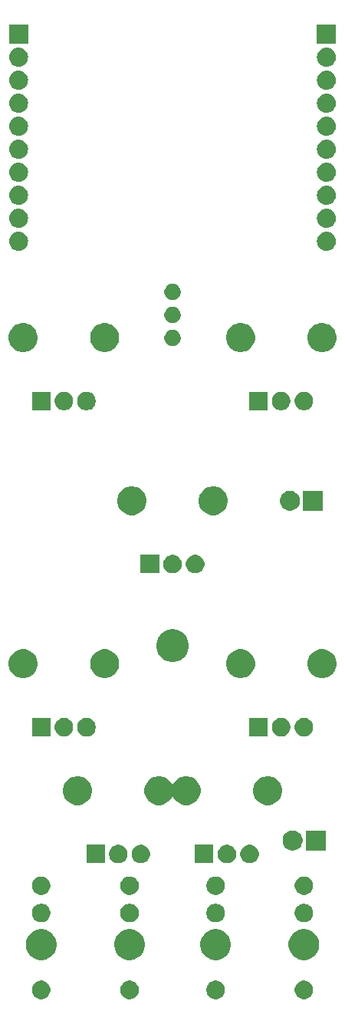
<source format=gbs>
G04 #@! TF.GenerationSoftware,KiCad,Pcbnew,(5.0.2)-1*
G04 #@! TF.CreationDate,2019-04-03T22:17:55+02:00*
G04 #@! TF.ProjectId,Corona_controlBoard,436f726f-6e61-45f6-936f-6e74726f6c42,1*
G04 #@! TF.SameCoordinates,Original*
G04 #@! TF.FileFunction,Soldermask,Bot*
G04 #@! TF.FilePolarity,Negative*
%FSLAX46Y46*%
G04 Gerber Fmt 4.6, Leading zero omitted, Abs format (unit mm)*
G04 Created by KiCad (PCBNEW (5.0.2)-1) date 3-4-2019 22:17:55*
%MOMM*%
%LPD*%
G01*
G04 APERTURE LIST*
%ADD10C,0.100000*%
G04 APERTURE END LIST*
D10*
G36*
X14548757Y-106013850D02*
X14735155Y-106091058D01*
X14902912Y-106203150D01*
X15045570Y-106345808D01*
X15157662Y-106513565D01*
X15234870Y-106699963D01*
X15274230Y-106897841D01*
X15274230Y-107099599D01*
X15234870Y-107297477D01*
X15157662Y-107483875D01*
X15045570Y-107651632D01*
X14902912Y-107794290D01*
X14735155Y-107906382D01*
X14548757Y-107983590D01*
X14350879Y-108022950D01*
X14149121Y-108022950D01*
X13951243Y-107983590D01*
X13764845Y-107906382D01*
X13597088Y-107794290D01*
X13454430Y-107651632D01*
X13342338Y-107483875D01*
X13265130Y-107297477D01*
X13225770Y-107099599D01*
X13225770Y-106897841D01*
X13265130Y-106699963D01*
X13342338Y-106513565D01*
X13454430Y-106345808D01*
X13597088Y-106203150D01*
X13764845Y-106091058D01*
X13951243Y-106013850D01*
X14149121Y-105974490D01*
X14350879Y-105974490D01*
X14548757Y-106013850D01*
X14548757Y-106013850D01*
G37*
G36*
X33798757Y-106013850D02*
X33985155Y-106091058D01*
X34152912Y-106203150D01*
X34295570Y-106345808D01*
X34407662Y-106513565D01*
X34484870Y-106699963D01*
X34524230Y-106897841D01*
X34524230Y-107099599D01*
X34484870Y-107297477D01*
X34407662Y-107483875D01*
X34295570Y-107651632D01*
X34152912Y-107794290D01*
X33985155Y-107906382D01*
X33798757Y-107983590D01*
X33600879Y-108022950D01*
X33399121Y-108022950D01*
X33201243Y-107983590D01*
X33014845Y-107906382D01*
X32847088Y-107794290D01*
X32704430Y-107651632D01*
X32592338Y-107483875D01*
X32515130Y-107297477D01*
X32475770Y-107099599D01*
X32475770Y-106897841D01*
X32515130Y-106699963D01*
X32592338Y-106513565D01*
X32704430Y-106345808D01*
X32847088Y-106203150D01*
X33014845Y-106091058D01*
X33201243Y-106013850D01*
X33399121Y-105974490D01*
X33600879Y-105974490D01*
X33798757Y-106013850D01*
X33798757Y-106013850D01*
G37*
G36*
X4798757Y-106013850D02*
X4985155Y-106091058D01*
X5152912Y-106203150D01*
X5295570Y-106345808D01*
X5407662Y-106513565D01*
X5484870Y-106699963D01*
X5524230Y-106897841D01*
X5524230Y-107099599D01*
X5484870Y-107297477D01*
X5407662Y-107483875D01*
X5295570Y-107651632D01*
X5152912Y-107794290D01*
X4985155Y-107906382D01*
X4798757Y-107983590D01*
X4600879Y-108022950D01*
X4399121Y-108022950D01*
X4201243Y-107983590D01*
X4014845Y-107906382D01*
X3847088Y-107794290D01*
X3704430Y-107651632D01*
X3592338Y-107483875D01*
X3515130Y-107297477D01*
X3475770Y-107099599D01*
X3475770Y-106897841D01*
X3515130Y-106699963D01*
X3592338Y-106513565D01*
X3704430Y-106345808D01*
X3847088Y-106203150D01*
X4014845Y-106091058D01*
X4201243Y-106013850D01*
X4399121Y-105974490D01*
X4600879Y-105974490D01*
X4798757Y-106013850D01*
X4798757Y-106013850D01*
G37*
G36*
X24048757Y-106013850D02*
X24235155Y-106091058D01*
X24402912Y-106203150D01*
X24545570Y-106345808D01*
X24657662Y-106513565D01*
X24734870Y-106699963D01*
X24774230Y-106897841D01*
X24774230Y-107099599D01*
X24734870Y-107297477D01*
X24657662Y-107483875D01*
X24545570Y-107651632D01*
X24402912Y-107794290D01*
X24235155Y-107906382D01*
X24048757Y-107983590D01*
X23850879Y-108022950D01*
X23649121Y-108022950D01*
X23451243Y-107983590D01*
X23264845Y-107906382D01*
X23097088Y-107794290D01*
X22954430Y-107651632D01*
X22842338Y-107483875D01*
X22765130Y-107297477D01*
X22725770Y-107099599D01*
X22725770Y-106897841D01*
X22765130Y-106699963D01*
X22842338Y-106513565D01*
X22954430Y-106345808D01*
X23097088Y-106203150D01*
X23264845Y-106091058D01*
X23451243Y-106013850D01*
X23649121Y-105974490D01*
X23850879Y-105974490D01*
X24048757Y-106013850D01*
X24048757Y-106013850D01*
G37*
G36*
X4886393Y-100343553D02*
X4995872Y-100365330D01*
X5305252Y-100493479D01*
X5583687Y-100679523D01*
X5820477Y-100916313D01*
X6006521Y-101194748D01*
X6134670Y-101504128D01*
X6200000Y-101832565D01*
X6200000Y-102167435D01*
X6134670Y-102495872D01*
X6006521Y-102805252D01*
X5820477Y-103083687D01*
X5583687Y-103320477D01*
X5305252Y-103506521D01*
X4995872Y-103634670D01*
X4886393Y-103656447D01*
X4667437Y-103700000D01*
X4332563Y-103700000D01*
X4113607Y-103656447D01*
X4004128Y-103634670D01*
X3694748Y-103506521D01*
X3416313Y-103320477D01*
X3179523Y-103083687D01*
X2993479Y-102805252D01*
X2865330Y-102495872D01*
X2800000Y-102167435D01*
X2800000Y-101832565D01*
X2865330Y-101504128D01*
X2993479Y-101194748D01*
X3179523Y-100916313D01*
X3416313Y-100679523D01*
X3694748Y-100493479D01*
X4004128Y-100365330D01*
X4113607Y-100343553D01*
X4332563Y-100300000D01*
X4667437Y-100300000D01*
X4886393Y-100343553D01*
X4886393Y-100343553D01*
G37*
G36*
X24136393Y-100343553D02*
X24245872Y-100365330D01*
X24555252Y-100493479D01*
X24833687Y-100679523D01*
X25070477Y-100916313D01*
X25256521Y-101194748D01*
X25384670Y-101504128D01*
X25450000Y-101832565D01*
X25450000Y-102167435D01*
X25384670Y-102495872D01*
X25256521Y-102805252D01*
X25070477Y-103083687D01*
X24833687Y-103320477D01*
X24555252Y-103506521D01*
X24245872Y-103634670D01*
X24136393Y-103656447D01*
X23917437Y-103700000D01*
X23582563Y-103700000D01*
X23363607Y-103656447D01*
X23254128Y-103634670D01*
X22944748Y-103506521D01*
X22666313Y-103320477D01*
X22429523Y-103083687D01*
X22243479Y-102805252D01*
X22115330Y-102495872D01*
X22050000Y-102167435D01*
X22050000Y-101832565D01*
X22115330Y-101504128D01*
X22243479Y-101194748D01*
X22429523Y-100916313D01*
X22666313Y-100679523D01*
X22944748Y-100493479D01*
X23254128Y-100365330D01*
X23363607Y-100343553D01*
X23582563Y-100300000D01*
X23917437Y-100300000D01*
X24136393Y-100343553D01*
X24136393Y-100343553D01*
G37*
G36*
X14636393Y-100343553D02*
X14745872Y-100365330D01*
X15055252Y-100493479D01*
X15333687Y-100679523D01*
X15570477Y-100916313D01*
X15756521Y-101194748D01*
X15884670Y-101504128D01*
X15950000Y-101832565D01*
X15950000Y-102167435D01*
X15884670Y-102495872D01*
X15756521Y-102805252D01*
X15570477Y-103083687D01*
X15333687Y-103320477D01*
X15055252Y-103506521D01*
X14745872Y-103634670D01*
X14636393Y-103656447D01*
X14417437Y-103700000D01*
X14082563Y-103700000D01*
X13863607Y-103656447D01*
X13754128Y-103634670D01*
X13444748Y-103506521D01*
X13166313Y-103320477D01*
X12929523Y-103083687D01*
X12743479Y-102805252D01*
X12615330Y-102495872D01*
X12550000Y-102167435D01*
X12550000Y-101832565D01*
X12615330Y-101504128D01*
X12743479Y-101194748D01*
X12929523Y-100916313D01*
X13166313Y-100679523D01*
X13444748Y-100493479D01*
X13754128Y-100365330D01*
X13863607Y-100343553D01*
X14082563Y-100300000D01*
X14417437Y-100300000D01*
X14636393Y-100343553D01*
X14636393Y-100343553D01*
G37*
G36*
X33886393Y-100343553D02*
X33995872Y-100365330D01*
X34305252Y-100493479D01*
X34583687Y-100679523D01*
X34820477Y-100916313D01*
X35006521Y-101194748D01*
X35134670Y-101504128D01*
X35200000Y-101832565D01*
X35200000Y-102167435D01*
X35134670Y-102495872D01*
X35006521Y-102805252D01*
X34820477Y-103083687D01*
X34583687Y-103320477D01*
X34305252Y-103506521D01*
X33995872Y-103634670D01*
X33886393Y-103656447D01*
X33667437Y-103700000D01*
X33332563Y-103700000D01*
X33113607Y-103656447D01*
X33004128Y-103634670D01*
X32694748Y-103506521D01*
X32416313Y-103320477D01*
X32179523Y-103083687D01*
X31993479Y-102805252D01*
X31865330Y-102495872D01*
X31800000Y-102167435D01*
X31800000Y-101832565D01*
X31865330Y-101504128D01*
X31993479Y-101194748D01*
X32179523Y-100916313D01*
X32416313Y-100679523D01*
X32694748Y-100493479D01*
X33004128Y-100365330D01*
X33113607Y-100343553D01*
X33332563Y-100300000D01*
X33667437Y-100300000D01*
X33886393Y-100343553D01*
X33886393Y-100343553D01*
G37*
G36*
X4798757Y-97517550D02*
X4985155Y-97594758D01*
X5152912Y-97706850D01*
X5295570Y-97849508D01*
X5407662Y-98017265D01*
X5484870Y-98203663D01*
X5524230Y-98401541D01*
X5524230Y-98603299D01*
X5484870Y-98801177D01*
X5407662Y-98987575D01*
X5295570Y-99155332D01*
X5152912Y-99297990D01*
X4985155Y-99410082D01*
X4798757Y-99487290D01*
X4600879Y-99526650D01*
X4399121Y-99526650D01*
X4201243Y-99487290D01*
X4014845Y-99410082D01*
X3847088Y-99297990D01*
X3704430Y-99155332D01*
X3592338Y-98987575D01*
X3515130Y-98801177D01*
X3475770Y-98603299D01*
X3475770Y-98401541D01*
X3515130Y-98203663D01*
X3592338Y-98017265D01*
X3704430Y-97849508D01*
X3847088Y-97706850D01*
X4014845Y-97594758D01*
X4201243Y-97517550D01*
X4399121Y-97478190D01*
X4600879Y-97478190D01*
X4798757Y-97517550D01*
X4798757Y-97517550D01*
G37*
G36*
X14548757Y-97517550D02*
X14735155Y-97594758D01*
X14902912Y-97706850D01*
X15045570Y-97849508D01*
X15157662Y-98017265D01*
X15234870Y-98203663D01*
X15274230Y-98401541D01*
X15274230Y-98603299D01*
X15234870Y-98801177D01*
X15157662Y-98987575D01*
X15045570Y-99155332D01*
X14902912Y-99297990D01*
X14735155Y-99410082D01*
X14548757Y-99487290D01*
X14350879Y-99526650D01*
X14149121Y-99526650D01*
X13951243Y-99487290D01*
X13764845Y-99410082D01*
X13597088Y-99297990D01*
X13454430Y-99155332D01*
X13342338Y-98987575D01*
X13265130Y-98801177D01*
X13225770Y-98603299D01*
X13225770Y-98401541D01*
X13265130Y-98203663D01*
X13342338Y-98017265D01*
X13454430Y-97849508D01*
X13597088Y-97706850D01*
X13764845Y-97594758D01*
X13951243Y-97517550D01*
X14149121Y-97478190D01*
X14350879Y-97478190D01*
X14548757Y-97517550D01*
X14548757Y-97517550D01*
G37*
G36*
X33798757Y-97517550D02*
X33985155Y-97594758D01*
X34152912Y-97706850D01*
X34295570Y-97849508D01*
X34407662Y-98017265D01*
X34484870Y-98203663D01*
X34524230Y-98401541D01*
X34524230Y-98603299D01*
X34484870Y-98801177D01*
X34407662Y-98987575D01*
X34295570Y-99155332D01*
X34152912Y-99297990D01*
X33985155Y-99410082D01*
X33798757Y-99487290D01*
X33600879Y-99526650D01*
X33399121Y-99526650D01*
X33201243Y-99487290D01*
X33014845Y-99410082D01*
X32847088Y-99297990D01*
X32704430Y-99155332D01*
X32592338Y-98987575D01*
X32515130Y-98801177D01*
X32475770Y-98603299D01*
X32475770Y-98401541D01*
X32515130Y-98203663D01*
X32592338Y-98017265D01*
X32704430Y-97849508D01*
X32847088Y-97706850D01*
X33014845Y-97594758D01*
X33201243Y-97517550D01*
X33399121Y-97478190D01*
X33600879Y-97478190D01*
X33798757Y-97517550D01*
X33798757Y-97517550D01*
G37*
G36*
X24048757Y-97517550D02*
X24235155Y-97594758D01*
X24402912Y-97706850D01*
X24545570Y-97849508D01*
X24657662Y-98017265D01*
X24734870Y-98203663D01*
X24774230Y-98401541D01*
X24774230Y-98603299D01*
X24734870Y-98801177D01*
X24657662Y-98987575D01*
X24545570Y-99155332D01*
X24402912Y-99297990D01*
X24235155Y-99410082D01*
X24048757Y-99487290D01*
X23850879Y-99526650D01*
X23649121Y-99526650D01*
X23451243Y-99487290D01*
X23264845Y-99410082D01*
X23097088Y-99297990D01*
X22954430Y-99155332D01*
X22842338Y-98987575D01*
X22765130Y-98801177D01*
X22725770Y-98603299D01*
X22725770Y-98401541D01*
X22765130Y-98203663D01*
X22842338Y-98017265D01*
X22954430Y-97849508D01*
X23097088Y-97706850D01*
X23264845Y-97594758D01*
X23451243Y-97517550D01*
X23649121Y-97478190D01*
X23850879Y-97478190D01*
X24048757Y-97517550D01*
X24048757Y-97517550D01*
G37*
G36*
X4798757Y-94515270D02*
X4985155Y-94592478D01*
X5152912Y-94704570D01*
X5295570Y-94847228D01*
X5407662Y-95014985D01*
X5484870Y-95201383D01*
X5524230Y-95399261D01*
X5524230Y-95601019D01*
X5484870Y-95798897D01*
X5407662Y-95985295D01*
X5295570Y-96153052D01*
X5152912Y-96295710D01*
X4985155Y-96407802D01*
X4798757Y-96485010D01*
X4600879Y-96524370D01*
X4399121Y-96524370D01*
X4201243Y-96485010D01*
X4014845Y-96407802D01*
X3847088Y-96295710D01*
X3704430Y-96153052D01*
X3592338Y-95985295D01*
X3515130Y-95798897D01*
X3475770Y-95601019D01*
X3475770Y-95399261D01*
X3515130Y-95201383D01*
X3592338Y-95014985D01*
X3704430Y-94847228D01*
X3847088Y-94704570D01*
X4014845Y-94592478D01*
X4201243Y-94515270D01*
X4399121Y-94475910D01*
X4600879Y-94475910D01*
X4798757Y-94515270D01*
X4798757Y-94515270D01*
G37*
G36*
X24048757Y-94515270D02*
X24235155Y-94592478D01*
X24402912Y-94704570D01*
X24545570Y-94847228D01*
X24657662Y-95014985D01*
X24734870Y-95201383D01*
X24774230Y-95399261D01*
X24774230Y-95601019D01*
X24734870Y-95798897D01*
X24657662Y-95985295D01*
X24545570Y-96153052D01*
X24402912Y-96295710D01*
X24235155Y-96407802D01*
X24048757Y-96485010D01*
X23850879Y-96524370D01*
X23649121Y-96524370D01*
X23451243Y-96485010D01*
X23264845Y-96407802D01*
X23097088Y-96295710D01*
X22954430Y-96153052D01*
X22842338Y-95985295D01*
X22765130Y-95798897D01*
X22725770Y-95601019D01*
X22725770Y-95399261D01*
X22765130Y-95201383D01*
X22842338Y-95014985D01*
X22954430Y-94847228D01*
X23097088Y-94704570D01*
X23264845Y-94592478D01*
X23451243Y-94515270D01*
X23649121Y-94475910D01*
X23850879Y-94475910D01*
X24048757Y-94515270D01*
X24048757Y-94515270D01*
G37*
G36*
X14548757Y-94515270D02*
X14735155Y-94592478D01*
X14902912Y-94704570D01*
X15045570Y-94847228D01*
X15157662Y-95014985D01*
X15234870Y-95201383D01*
X15274230Y-95399261D01*
X15274230Y-95601019D01*
X15234870Y-95798897D01*
X15157662Y-95985295D01*
X15045570Y-96153052D01*
X14902912Y-96295710D01*
X14735155Y-96407802D01*
X14548757Y-96485010D01*
X14350879Y-96524370D01*
X14149121Y-96524370D01*
X13951243Y-96485010D01*
X13764845Y-96407802D01*
X13597088Y-96295710D01*
X13454430Y-96153052D01*
X13342338Y-95985295D01*
X13265130Y-95798897D01*
X13225770Y-95601019D01*
X13225770Y-95399261D01*
X13265130Y-95201383D01*
X13342338Y-95014985D01*
X13454430Y-94847228D01*
X13597088Y-94704570D01*
X13764845Y-94592478D01*
X13951243Y-94515270D01*
X14149121Y-94475910D01*
X14350879Y-94475910D01*
X14548757Y-94515270D01*
X14548757Y-94515270D01*
G37*
G36*
X33798757Y-94515270D02*
X33985155Y-94592478D01*
X34152912Y-94704570D01*
X34295570Y-94847228D01*
X34407662Y-95014985D01*
X34484870Y-95201383D01*
X34524230Y-95399261D01*
X34524230Y-95601019D01*
X34484870Y-95798897D01*
X34407662Y-95985295D01*
X34295570Y-96153052D01*
X34152912Y-96295710D01*
X33985155Y-96407802D01*
X33798757Y-96485010D01*
X33600879Y-96524370D01*
X33399121Y-96524370D01*
X33201243Y-96485010D01*
X33014845Y-96407802D01*
X32847088Y-96295710D01*
X32704430Y-96153052D01*
X32592338Y-95985295D01*
X32515130Y-95798897D01*
X32475770Y-95601019D01*
X32475770Y-95399261D01*
X32515130Y-95201383D01*
X32592338Y-95014985D01*
X32704430Y-94847228D01*
X32847088Y-94704570D01*
X33014845Y-94592478D01*
X33201243Y-94515270D01*
X33399121Y-94475910D01*
X33600879Y-94475910D01*
X33798757Y-94515270D01*
X33798757Y-94515270D01*
G37*
G36*
X11524870Y-93021930D02*
X9476410Y-93021930D01*
X9476410Y-90973470D01*
X11524870Y-90973470D01*
X11524870Y-93021930D01*
X11524870Y-93021930D01*
G37*
G36*
X13298757Y-91012830D02*
X13485155Y-91090038D01*
X13652912Y-91202130D01*
X13795570Y-91344788D01*
X13907662Y-91512545D01*
X13984870Y-91698943D01*
X14024230Y-91896821D01*
X14024230Y-92098579D01*
X13984870Y-92296457D01*
X13907662Y-92482855D01*
X13795570Y-92650612D01*
X13652912Y-92793270D01*
X13485155Y-92905362D01*
X13298757Y-92982570D01*
X13100879Y-93021930D01*
X12899121Y-93021930D01*
X12701243Y-92982570D01*
X12514845Y-92905362D01*
X12347088Y-92793270D01*
X12204430Y-92650612D01*
X12092338Y-92482855D01*
X12015130Y-92296457D01*
X11975770Y-92098579D01*
X11975770Y-91896821D01*
X12015130Y-91698943D01*
X12092338Y-91512545D01*
X12204430Y-91344788D01*
X12347088Y-91202130D01*
X12514845Y-91090038D01*
X12701243Y-91012830D01*
X12899121Y-90973470D01*
X13100879Y-90973470D01*
X13298757Y-91012830D01*
X13298757Y-91012830D01*
G37*
G36*
X15798117Y-91012830D02*
X15984515Y-91090038D01*
X16152272Y-91202130D01*
X16294930Y-91344788D01*
X16407022Y-91512545D01*
X16484230Y-91698943D01*
X16523590Y-91896821D01*
X16523590Y-92098579D01*
X16484230Y-92296457D01*
X16407022Y-92482855D01*
X16294930Y-92650612D01*
X16152272Y-92793270D01*
X15984515Y-92905362D01*
X15798117Y-92982570D01*
X15600239Y-93021930D01*
X15398481Y-93021930D01*
X15200603Y-92982570D01*
X15014205Y-92905362D01*
X14846448Y-92793270D01*
X14703790Y-92650612D01*
X14591698Y-92482855D01*
X14514490Y-92296457D01*
X14475130Y-92098579D01*
X14475130Y-91896821D01*
X14514490Y-91698943D01*
X14591698Y-91512545D01*
X14703790Y-91344788D01*
X14846448Y-91202130D01*
X15014205Y-91090038D01*
X15200603Y-91012830D01*
X15398481Y-90973470D01*
X15600239Y-90973470D01*
X15798117Y-91012830D01*
X15798117Y-91012830D01*
G37*
G36*
X25298757Y-91012830D02*
X25485155Y-91090038D01*
X25652912Y-91202130D01*
X25795570Y-91344788D01*
X25907662Y-91512545D01*
X25984870Y-91698943D01*
X26024230Y-91896821D01*
X26024230Y-92098579D01*
X25984870Y-92296457D01*
X25907662Y-92482855D01*
X25795570Y-92650612D01*
X25652912Y-92793270D01*
X25485155Y-92905362D01*
X25298757Y-92982570D01*
X25100879Y-93021930D01*
X24899121Y-93021930D01*
X24701243Y-92982570D01*
X24514845Y-92905362D01*
X24347088Y-92793270D01*
X24204430Y-92650612D01*
X24092338Y-92482855D01*
X24015130Y-92296457D01*
X23975770Y-92098579D01*
X23975770Y-91896821D01*
X24015130Y-91698943D01*
X24092338Y-91512545D01*
X24204430Y-91344788D01*
X24347088Y-91202130D01*
X24514845Y-91090038D01*
X24701243Y-91012830D01*
X24899121Y-90973470D01*
X25100879Y-90973470D01*
X25298757Y-91012830D01*
X25298757Y-91012830D01*
G37*
G36*
X27798117Y-91012830D02*
X27984515Y-91090038D01*
X28152272Y-91202130D01*
X28294930Y-91344788D01*
X28407022Y-91512545D01*
X28484230Y-91698943D01*
X28523590Y-91896821D01*
X28523590Y-92098579D01*
X28484230Y-92296457D01*
X28407022Y-92482855D01*
X28294930Y-92650612D01*
X28152272Y-92793270D01*
X27984515Y-92905362D01*
X27798117Y-92982570D01*
X27600239Y-93021930D01*
X27398481Y-93021930D01*
X27200603Y-92982570D01*
X27014205Y-92905362D01*
X26846448Y-92793270D01*
X26703790Y-92650612D01*
X26591698Y-92482855D01*
X26514490Y-92296457D01*
X26475130Y-92098579D01*
X26475130Y-91896821D01*
X26514490Y-91698943D01*
X26591698Y-91512545D01*
X26703790Y-91344788D01*
X26846448Y-91202130D01*
X27014205Y-91090038D01*
X27200603Y-91012830D01*
X27398481Y-90973470D01*
X27600239Y-90973470D01*
X27798117Y-91012830D01*
X27798117Y-91012830D01*
G37*
G36*
X23524870Y-93021930D02*
X21476410Y-93021930D01*
X21476410Y-90973470D01*
X23524870Y-90973470D01*
X23524870Y-93021930D01*
X23524870Y-93021930D01*
G37*
G36*
X32570857Y-89442272D02*
X32771042Y-89525191D01*
X32951213Y-89645578D01*
X33104422Y-89798787D01*
X33224809Y-89978958D01*
X33307728Y-90179143D01*
X33350000Y-90391658D01*
X33350000Y-90608342D01*
X33307728Y-90820857D01*
X33224809Y-91021042D01*
X33224807Y-91021045D01*
X33178707Y-91090039D01*
X33104422Y-91201213D01*
X32951213Y-91354422D01*
X32771042Y-91474809D01*
X32570857Y-91557728D01*
X32358342Y-91600000D01*
X32141658Y-91600000D01*
X31929143Y-91557728D01*
X31728958Y-91474809D01*
X31548787Y-91354422D01*
X31395578Y-91201213D01*
X31321294Y-91090039D01*
X31275193Y-91021045D01*
X31275191Y-91021042D01*
X31192272Y-90820857D01*
X31150000Y-90608342D01*
X31150000Y-90391658D01*
X31192272Y-90179143D01*
X31275191Y-89978958D01*
X31395578Y-89798787D01*
X31548787Y-89645578D01*
X31728958Y-89525191D01*
X31929143Y-89442272D01*
X32141658Y-89400000D01*
X32358342Y-89400000D01*
X32570857Y-89442272D01*
X32570857Y-89442272D01*
G37*
G36*
X35890000Y-91600000D02*
X33690000Y-91600000D01*
X33690000Y-89400000D01*
X35890000Y-89400000D01*
X35890000Y-91600000D01*
X35890000Y-91600000D01*
G37*
G36*
X17964168Y-83464372D02*
X18084552Y-83514237D01*
X18254802Y-83584756D01*
X18516371Y-83759531D01*
X18738809Y-83981969D01*
X18896066Y-84217320D01*
X18911612Y-84236262D01*
X18930554Y-84251808D01*
X18952165Y-84263359D01*
X18975614Y-84270472D01*
X19000000Y-84272874D01*
X19024386Y-84270472D01*
X19047836Y-84263359D01*
X19069446Y-84251808D01*
X19088388Y-84236262D01*
X19103934Y-84217320D01*
X19261191Y-83981969D01*
X19483629Y-83759531D01*
X19745198Y-83584756D01*
X19915448Y-83514237D01*
X20035832Y-83464372D01*
X20344368Y-83403000D01*
X20658952Y-83403000D01*
X20967488Y-83464372D01*
X21087872Y-83514237D01*
X21258122Y-83584756D01*
X21519691Y-83759531D01*
X21742129Y-83981969D01*
X21916904Y-84243538D01*
X22037288Y-84534173D01*
X22098660Y-84842708D01*
X22098660Y-85157292D01*
X22037288Y-85465827D01*
X21916904Y-85756462D01*
X21742129Y-86018031D01*
X21519691Y-86240469D01*
X21258122Y-86415244D01*
X21087872Y-86485763D01*
X20967488Y-86535628D01*
X20658952Y-86597000D01*
X20344368Y-86597000D01*
X20035832Y-86535628D01*
X19915448Y-86485763D01*
X19745198Y-86415244D01*
X19483629Y-86240469D01*
X19261191Y-86018031D01*
X19103934Y-85782680D01*
X19088388Y-85763738D01*
X19069446Y-85748192D01*
X19047835Y-85736641D01*
X19024386Y-85729528D01*
X19000000Y-85727126D01*
X18975614Y-85729528D01*
X18952164Y-85736641D01*
X18930554Y-85748192D01*
X18911612Y-85763738D01*
X18896066Y-85782680D01*
X18738809Y-86018031D01*
X18516371Y-86240469D01*
X18254802Y-86415244D01*
X18084552Y-86485763D01*
X17964168Y-86535628D01*
X17655632Y-86597000D01*
X17341048Y-86597000D01*
X17032512Y-86535628D01*
X16912128Y-86485763D01*
X16741878Y-86415244D01*
X16480309Y-86240469D01*
X16257871Y-86018031D01*
X16083096Y-85756462D01*
X15962712Y-85465827D01*
X15901340Y-85157292D01*
X15901340Y-84842708D01*
X15962712Y-84534173D01*
X16083096Y-84243538D01*
X16257871Y-83981969D01*
X16480309Y-83759531D01*
X16741878Y-83584756D01*
X16912128Y-83514237D01*
X17032512Y-83464372D01*
X17341048Y-83403000D01*
X17655632Y-83403000D01*
X17964168Y-83464372D01*
X17964168Y-83464372D01*
G37*
G36*
X8967488Y-83464372D02*
X9087872Y-83514237D01*
X9258122Y-83584756D01*
X9519691Y-83759531D01*
X9742129Y-83981969D01*
X9916904Y-84243538D01*
X10037288Y-84534173D01*
X10098660Y-84842708D01*
X10098660Y-85157292D01*
X10037288Y-85465827D01*
X9916904Y-85756462D01*
X9742129Y-86018031D01*
X9519691Y-86240469D01*
X9258122Y-86415244D01*
X9087872Y-86485763D01*
X8967488Y-86535628D01*
X8658952Y-86597000D01*
X8344368Y-86597000D01*
X8035832Y-86535628D01*
X7915448Y-86485763D01*
X7745198Y-86415244D01*
X7483629Y-86240469D01*
X7261191Y-86018031D01*
X7086416Y-85756462D01*
X6966032Y-85465827D01*
X6904660Y-85157292D01*
X6904660Y-84842708D01*
X6966032Y-84534173D01*
X7086416Y-84243538D01*
X7261191Y-83981969D01*
X7483629Y-83759531D01*
X7745198Y-83584756D01*
X7915448Y-83514237D01*
X8035832Y-83464372D01*
X8344368Y-83403000D01*
X8658952Y-83403000D01*
X8967488Y-83464372D01*
X8967488Y-83464372D01*
G37*
G36*
X29964168Y-83464372D02*
X30084552Y-83514237D01*
X30254802Y-83584756D01*
X30516371Y-83759531D01*
X30738809Y-83981969D01*
X30913584Y-84243538D01*
X31033968Y-84534173D01*
X31095340Y-84842708D01*
X31095340Y-85157292D01*
X31033968Y-85465827D01*
X30913584Y-85756462D01*
X30738809Y-86018031D01*
X30516371Y-86240469D01*
X30254802Y-86415244D01*
X30084552Y-86485763D01*
X29964168Y-86535628D01*
X29655632Y-86597000D01*
X29341048Y-86597000D01*
X29032512Y-86535628D01*
X28912128Y-86485763D01*
X28741878Y-86415244D01*
X28480309Y-86240469D01*
X28257871Y-86018031D01*
X28083096Y-85756462D01*
X27962712Y-85465827D01*
X27901340Y-85157292D01*
X27901340Y-84842708D01*
X27962712Y-84534173D01*
X28083096Y-84243538D01*
X28257871Y-83981969D01*
X28480309Y-83759531D01*
X28741878Y-83584756D01*
X28912128Y-83514237D01*
X29032512Y-83464372D01*
X29341048Y-83403000D01*
X29655632Y-83403000D01*
X29964168Y-83464372D01*
X29964168Y-83464372D01*
G37*
G36*
X9798117Y-77012830D02*
X9984515Y-77090038D01*
X10152272Y-77202130D01*
X10294930Y-77344788D01*
X10407022Y-77512545D01*
X10484230Y-77698943D01*
X10523590Y-77896821D01*
X10523590Y-78098579D01*
X10484230Y-78296457D01*
X10407022Y-78482855D01*
X10294930Y-78650612D01*
X10152272Y-78793270D01*
X9984515Y-78905362D01*
X9798117Y-78982570D01*
X9600239Y-79021930D01*
X9398481Y-79021930D01*
X9200603Y-78982570D01*
X9014205Y-78905362D01*
X8846448Y-78793270D01*
X8703790Y-78650612D01*
X8591698Y-78482855D01*
X8514490Y-78296457D01*
X8475130Y-78098579D01*
X8475130Y-77896821D01*
X8514490Y-77698943D01*
X8591698Y-77512545D01*
X8703790Y-77344788D01*
X8846448Y-77202130D01*
X9014205Y-77090038D01*
X9200603Y-77012830D01*
X9398481Y-76973470D01*
X9600239Y-76973470D01*
X9798117Y-77012830D01*
X9798117Y-77012830D01*
G37*
G36*
X31298757Y-77012830D02*
X31485155Y-77090038D01*
X31652912Y-77202130D01*
X31795570Y-77344788D01*
X31907662Y-77512545D01*
X31984870Y-77698943D01*
X32024230Y-77896821D01*
X32024230Y-78098579D01*
X31984870Y-78296457D01*
X31907662Y-78482855D01*
X31795570Y-78650612D01*
X31652912Y-78793270D01*
X31485155Y-78905362D01*
X31298757Y-78982570D01*
X31100879Y-79021930D01*
X30899121Y-79021930D01*
X30701243Y-78982570D01*
X30514845Y-78905362D01*
X30347088Y-78793270D01*
X30204430Y-78650612D01*
X30092338Y-78482855D01*
X30015130Y-78296457D01*
X29975770Y-78098579D01*
X29975770Y-77896821D01*
X30015130Y-77698943D01*
X30092338Y-77512545D01*
X30204430Y-77344788D01*
X30347088Y-77202130D01*
X30514845Y-77090038D01*
X30701243Y-77012830D01*
X30899121Y-76973470D01*
X31100879Y-76973470D01*
X31298757Y-77012830D01*
X31298757Y-77012830D01*
G37*
G36*
X33798117Y-77012830D02*
X33984515Y-77090038D01*
X34152272Y-77202130D01*
X34294930Y-77344788D01*
X34407022Y-77512545D01*
X34484230Y-77698943D01*
X34523590Y-77896821D01*
X34523590Y-78098579D01*
X34484230Y-78296457D01*
X34407022Y-78482855D01*
X34294930Y-78650612D01*
X34152272Y-78793270D01*
X33984515Y-78905362D01*
X33798117Y-78982570D01*
X33600239Y-79021930D01*
X33398481Y-79021930D01*
X33200603Y-78982570D01*
X33014205Y-78905362D01*
X32846448Y-78793270D01*
X32703790Y-78650612D01*
X32591698Y-78482855D01*
X32514490Y-78296457D01*
X32475130Y-78098579D01*
X32475130Y-77896821D01*
X32514490Y-77698943D01*
X32591698Y-77512545D01*
X32703790Y-77344788D01*
X32846448Y-77202130D01*
X33014205Y-77090038D01*
X33200603Y-77012830D01*
X33398481Y-76973470D01*
X33600239Y-76973470D01*
X33798117Y-77012830D01*
X33798117Y-77012830D01*
G37*
G36*
X5524870Y-79021930D02*
X3476410Y-79021930D01*
X3476410Y-76973470D01*
X5524870Y-76973470D01*
X5524870Y-79021930D01*
X5524870Y-79021930D01*
G37*
G36*
X7298757Y-77012830D02*
X7485155Y-77090038D01*
X7652912Y-77202130D01*
X7795570Y-77344788D01*
X7907662Y-77512545D01*
X7984870Y-77698943D01*
X8024230Y-77896821D01*
X8024230Y-78098579D01*
X7984870Y-78296457D01*
X7907662Y-78482855D01*
X7795570Y-78650612D01*
X7652912Y-78793270D01*
X7485155Y-78905362D01*
X7298757Y-78982570D01*
X7100879Y-79021930D01*
X6899121Y-79021930D01*
X6701243Y-78982570D01*
X6514845Y-78905362D01*
X6347088Y-78793270D01*
X6204430Y-78650612D01*
X6092338Y-78482855D01*
X6015130Y-78296457D01*
X5975770Y-78098579D01*
X5975770Y-77896821D01*
X6015130Y-77698943D01*
X6092338Y-77512545D01*
X6204430Y-77344788D01*
X6347088Y-77202130D01*
X6514845Y-77090038D01*
X6701243Y-77012830D01*
X6899121Y-76973470D01*
X7100879Y-76973470D01*
X7298757Y-77012830D01*
X7298757Y-77012830D01*
G37*
G36*
X29524870Y-79021930D02*
X27476410Y-79021930D01*
X27476410Y-76973470D01*
X29524870Y-76973470D01*
X29524870Y-79021930D01*
X29524870Y-79021930D01*
G37*
G36*
X26967488Y-69464372D02*
X27087872Y-69514237D01*
X27258122Y-69584756D01*
X27519691Y-69759531D01*
X27742129Y-69981969D01*
X27916904Y-70243538D01*
X28037288Y-70534173D01*
X28098660Y-70842708D01*
X28098660Y-71157292D01*
X28037288Y-71465827D01*
X27916904Y-71756462D01*
X27742129Y-72018031D01*
X27519691Y-72240469D01*
X27258122Y-72415244D01*
X27087872Y-72485763D01*
X26967488Y-72535628D01*
X26658952Y-72597000D01*
X26344368Y-72597000D01*
X26035832Y-72535628D01*
X25915448Y-72485763D01*
X25745198Y-72415244D01*
X25483629Y-72240469D01*
X25261191Y-72018031D01*
X25086416Y-71756462D01*
X24966032Y-71465827D01*
X24904660Y-71157292D01*
X24904660Y-70842708D01*
X24966032Y-70534173D01*
X25086416Y-70243538D01*
X25261191Y-69981969D01*
X25483629Y-69759531D01*
X25745198Y-69584756D01*
X25915448Y-69514237D01*
X26035832Y-69464372D01*
X26344368Y-69403000D01*
X26658952Y-69403000D01*
X26967488Y-69464372D01*
X26967488Y-69464372D01*
G37*
G36*
X35964168Y-69464372D02*
X36084552Y-69514237D01*
X36254802Y-69584756D01*
X36516371Y-69759531D01*
X36738809Y-69981969D01*
X36913584Y-70243538D01*
X37033968Y-70534173D01*
X37095340Y-70842708D01*
X37095340Y-71157292D01*
X37033968Y-71465827D01*
X36913584Y-71756462D01*
X36738809Y-72018031D01*
X36516371Y-72240469D01*
X36254802Y-72415244D01*
X36084552Y-72485763D01*
X35964168Y-72535628D01*
X35655632Y-72597000D01*
X35341048Y-72597000D01*
X35032512Y-72535628D01*
X34912128Y-72485763D01*
X34741878Y-72415244D01*
X34480309Y-72240469D01*
X34257871Y-72018031D01*
X34083096Y-71756462D01*
X33962712Y-71465827D01*
X33901340Y-71157292D01*
X33901340Y-70842708D01*
X33962712Y-70534173D01*
X34083096Y-70243538D01*
X34257871Y-69981969D01*
X34480309Y-69759531D01*
X34741878Y-69584756D01*
X34912128Y-69514237D01*
X35032512Y-69464372D01*
X35341048Y-69403000D01*
X35655632Y-69403000D01*
X35964168Y-69464372D01*
X35964168Y-69464372D01*
G37*
G36*
X11964168Y-69464372D02*
X12084552Y-69514237D01*
X12254802Y-69584756D01*
X12516371Y-69759531D01*
X12738809Y-69981969D01*
X12913584Y-70243538D01*
X13033968Y-70534173D01*
X13095340Y-70842708D01*
X13095340Y-71157292D01*
X13033968Y-71465827D01*
X12913584Y-71756462D01*
X12738809Y-72018031D01*
X12516371Y-72240469D01*
X12254802Y-72415244D01*
X12084552Y-72485763D01*
X11964168Y-72535628D01*
X11655632Y-72597000D01*
X11341048Y-72597000D01*
X11032512Y-72535628D01*
X10912128Y-72485763D01*
X10741878Y-72415244D01*
X10480309Y-72240469D01*
X10257871Y-72018031D01*
X10083096Y-71756462D01*
X9962712Y-71465827D01*
X9901340Y-71157292D01*
X9901340Y-70842708D01*
X9962712Y-70534173D01*
X10083096Y-70243538D01*
X10257871Y-69981969D01*
X10480309Y-69759531D01*
X10741878Y-69584756D01*
X10912128Y-69514237D01*
X11032512Y-69464372D01*
X11341048Y-69403000D01*
X11655632Y-69403000D01*
X11964168Y-69464372D01*
X11964168Y-69464372D01*
G37*
G36*
X2967488Y-69464372D02*
X3087872Y-69514237D01*
X3258122Y-69584756D01*
X3519691Y-69759531D01*
X3742129Y-69981969D01*
X3916904Y-70243538D01*
X4037288Y-70534173D01*
X4098660Y-70842708D01*
X4098660Y-71157292D01*
X4037288Y-71465827D01*
X3916904Y-71756462D01*
X3742129Y-72018031D01*
X3519691Y-72240469D01*
X3258122Y-72415244D01*
X3087872Y-72485763D01*
X2967488Y-72535628D01*
X2658952Y-72597000D01*
X2344368Y-72597000D01*
X2035832Y-72535628D01*
X1915448Y-72485763D01*
X1745198Y-72415244D01*
X1483629Y-72240469D01*
X1261191Y-72018031D01*
X1086416Y-71756462D01*
X966032Y-71465827D01*
X904660Y-71157292D01*
X904660Y-70842708D01*
X966032Y-70534173D01*
X1086416Y-70243538D01*
X1261191Y-69981969D01*
X1483629Y-69759531D01*
X1745198Y-69584756D01*
X1915448Y-69514237D01*
X2035832Y-69464372D01*
X2344368Y-69403000D01*
X2658952Y-69403000D01*
X2967488Y-69464372D01*
X2967488Y-69464372D01*
G37*
G36*
X19409122Y-67246115D02*
X19525041Y-67269173D01*
X19852620Y-67404861D01*
X20143511Y-67599228D01*
X20147436Y-67601851D01*
X20398149Y-67852564D01*
X20398151Y-67852567D01*
X20595139Y-68147380D01*
X20730827Y-68474959D01*
X20800000Y-68822716D01*
X20800000Y-69177284D01*
X20730827Y-69525041D01*
X20595139Y-69852620D01*
X20400772Y-70143511D01*
X20398149Y-70147436D01*
X20147436Y-70398149D01*
X20147433Y-70398151D01*
X19852620Y-70595139D01*
X19525041Y-70730827D01*
X19409122Y-70753885D01*
X19177286Y-70800000D01*
X18822714Y-70800000D01*
X18590878Y-70753885D01*
X18474959Y-70730827D01*
X18147380Y-70595139D01*
X17852567Y-70398151D01*
X17852564Y-70398149D01*
X17601851Y-70147436D01*
X17599228Y-70143511D01*
X17404861Y-69852620D01*
X17269173Y-69525041D01*
X17200000Y-69177284D01*
X17200000Y-68822716D01*
X17269173Y-68474959D01*
X17404861Y-68147380D01*
X17601849Y-67852567D01*
X17601851Y-67852564D01*
X17852564Y-67601851D01*
X17856489Y-67599228D01*
X18147380Y-67404861D01*
X18474959Y-67269173D01*
X18590878Y-67246115D01*
X18822714Y-67200000D01*
X19177286Y-67200000D01*
X19409122Y-67246115D01*
X19409122Y-67246115D01*
G37*
G36*
X17524870Y-61021930D02*
X15476410Y-61021930D01*
X15476410Y-58973470D01*
X17524870Y-58973470D01*
X17524870Y-61021930D01*
X17524870Y-61021930D01*
G37*
G36*
X21798117Y-59012830D02*
X21984515Y-59090038D01*
X22152272Y-59202130D01*
X22294930Y-59344788D01*
X22407022Y-59512545D01*
X22484230Y-59698943D01*
X22523590Y-59896821D01*
X22523590Y-60098579D01*
X22484230Y-60296457D01*
X22407022Y-60482855D01*
X22294930Y-60650612D01*
X22152272Y-60793270D01*
X21984515Y-60905362D01*
X21798117Y-60982570D01*
X21600239Y-61021930D01*
X21398481Y-61021930D01*
X21200603Y-60982570D01*
X21014205Y-60905362D01*
X20846448Y-60793270D01*
X20703790Y-60650612D01*
X20591698Y-60482855D01*
X20514490Y-60296457D01*
X20475130Y-60098579D01*
X20475130Y-59896821D01*
X20514490Y-59698943D01*
X20591698Y-59512545D01*
X20703790Y-59344788D01*
X20846448Y-59202130D01*
X21014205Y-59090038D01*
X21200603Y-59012830D01*
X21398481Y-58973470D01*
X21600239Y-58973470D01*
X21798117Y-59012830D01*
X21798117Y-59012830D01*
G37*
G36*
X19298757Y-59012830D02*
X19485155Y-59090038D01*
X19652912Y-59202130D01*
X19795570Y-59344788D01*
X19907662Y-59512545D01*
X19984870Y-59698943D01*
X20024230Y-59896821D01*
X20024230Y-60098579D01*
X19984870Y-60296457D01*
X19907662Y-60482855D01*
X19795570Y-60650612D01*
X19652912Y-60793270D01*
X19485155Y-60905362D01*
X19298757Y-60982570D01*
X19100879Y-61021930D01*
X18899121Y-61021930D01*
X18701243Y-60982570D01*
X18514845Y-60905362D01*
X18347088Y-60793270D01*
X18204430Y-60650612D01*
X18092338Y-60482855D01*
X18015130Y-60296457D01*
X17975770Y-60098579D01*
X17975770Y-59896821D01*
X18015130Y-59698943D01*
X18092338Y-59512545D01*
X18204430Y-59344788D01*
X18347088Y-59202130D01*
X18514845Y-59090038D01*
X18701243Y-59012830D01*
X18899121Y-58973470D01*
X19100879Y-58973470D01*
X19298757Y-59012830D01*
X19298757Y-59012830D01*
G37*
G36*
X23964168Y-51464372D02*
X24084552Y-51514237D01*
X24254802Y-51584756D01*
X24516371Y-51759531D01*
X24738809Y-51981969D01*
X24913584Y-52243538D01*
X24936470Y-52298791D01*
X25033968Y-52534172D01*
X25095340Y-52842709D01*
X25095340Y-53157291D01*
X25033968Y-53465828D01*
X25011096Y-53521045D01*
X24913584Y-53756462D01*
X24738809Y-54018031D01*
X24516371Y-54240469D01*
X24254802Y-54415244D01*
X24084552Y-54485763D01*
X23964168Y-54535628D01*
X23655632Y-54597000D01*
X23341048Y-54597000D01*
X23032512Y-54535628D01*
X22912128Y-54485763D01*
X22741878Y-54415244D01*
X22480309Y-54240469D01*
X22257871Y-54018031D01*
X22083096Y-53756462D01*
X21985584Y-53521045D01*
X21962712Y-53465828D01*
X21901340Y-53157291D01*
X21901340Y-52842709D01*
X21962712Y-52534172D01*
X22060210Y-52298791D01*
X22083096Y-52243538D01*
X22257871Y-51981969D01*
X22480309Y-51759531D01*
X22741878Y-51584756D01*
X22912128Y-51514237D01*
X23032512Y-51464372D01*
X23341048Y-51403000D01*
X23655632Y-51403000D01*
X23964168Y-51464372D01*
X23964168Y-51464372D01*
G37*
G36*
X14967488Y-51464372D02*
X15087872Y-51514237D01*
X15258122Y-51584756D01*
X15519691Y-51759531D01*
X15742129Y-51981969D01*
X15916904Y-52243538D01*
X15939790Y-52298791D01*
X16037288Y-52534172D01*
X16098660Y-52842709D01*
X16098660Y-53157291D01*
X16037288Y-53465828D01*
X16014416Y-53521045D01*
X15916904Y-53756462D01*
X15742129Y-54018031D01*
X15519691Y-54240469D01*
X15258122Y-54415244D01*
X15087872Y-54485763D01*
X14967488Y-54535628D01*
X14658952Y-54597000D01*
X14344368Y-54597000D01*
X14035832Y-54535628D01*
X13915448Y-54485763D01*
X13745198Y-54415244D01*
X13483629Y-54240469D01*
X13261191Y-54018031D01*
X13086416Y-53756462D01*
X12988904Y-53521045D01*
X12966032Y-53465828D01*
X12904660Y-53157291D01*
X12904660Y-52842709D01*
X12966032Y-52534172D01*
X13063530Y-52298791D01*
X13086416Y-52243538D01*
X13261191Y-51981969D01*
X13483629Y-51759531D01*
X13745198Y-51584756D01*
X13915448Y-51514237D01*
X14035832Y-51464372D01*
X14344368Y-51403000D01*
X14658952Y-51403000D01*
X14967488Y-51464372D01*
X14967488Y-51464372D01*
G37*
G36*
X32280857Y-51942272D02*
X32481042Y-52025191D01*
X32661213Y-52145578D01*
X32814422Y-52298787D01*
X32934809Y-52478958D01*
X33017728Y-52679143D01*
X33060000Y-52891658D01*
X33060000Y-53108342D01*
X33017728Y-53320857D01*
X32934809Y-53521042D01*
X32814422Y-53701213D01*
X32661213Y-53854422D01*
X32481042Y-53974809D01*
X32280857Y-54057728D01*
X32068342Y-54100000D01*
X31851658Y-54100000D01*
X31639143Y-54057728D01*
X31438958Y-53974809D01*
X31258787Y-53854422D01*
X31105578Y-53701213D01*
X30985191Y-53521042D01*
X30902272Y-53320857D01*
X30860000Y-53108342D01*
X30860000Y-52891658D01*
X30902272Y-52679143D01*
X30985191Y-52478958D01*
X31105578Y-52298787D01*
X31258787Y-52145578D01*
X31438958Y-52025191D01*
X31639143Y-51942272D01*
X31851658Y-51900000D01*
X32068342Y-51900000D01*
X32280857Y-51942272D01*
X32280857Y-51942272D01*
G37*
G36*
X35600000Y-54100000D02*
X33400000Y-54100000D01*
X33400000Y-51900000D01*
X35600000Y-51900000D01*
X35600000Y-54100000D01*
X35600000Y-54100000D01*
G37*
G36*
X5524870Y-43021930D02*
X3476410Y-43021930D01*
X3476410Y-40973470D01*
X5524870Y-40973470D01*
X5524870Y-43021930D01*
X5524870Y-43021930D01*
G37*
G36*
X7298757Y-41012830D02*
X7485155Y-41090038D01*
X7652912Y-41202130D01*
X7795570Y-41344788D01*
X7907662Y-41512545D01*
X7984870Y-41698943D01*
X8024230Y-41896821D01*
X8024230Y-42098579D01*
X7984870Y-42296457D01*
X7907662Y-42482855D01*
X7795570Y-42650612D01*
X7652912Y-42793270D01*
X7485155Y-42905362D01*
X7298757Y-42982570D01*
X7100879Y-43021930D01*
X6899121Y-43021930D01*
X6701243Y-42982570D01*
X6514845Y-42905362D01*
X6347088Y-42793270D01*
X6204430Y-42650612D01*
X6092338Y-42482855D01*
X6015130Y-42296457D01*
X5975770Y-42098579D01*
X5975770Y-41896821D01*
X6015130Y-41698943D01*
X6092338Y-41512545D01*
X6204430Y-41344788D01*
X6347088Y-41202130D01*
X6514845Y-41090038D01*
X6701243Y-41012830D01*
X6899121Y-40973470D01*
X7100879Y-40973470D01*
X7298757Y-41012830D01*
X7298757Y-41012830D01*
G37*
G36*
X9798117Y-41012830D02*
X9984515Y-41090038D01*
X10152272Y-41202130D01*
X10294930Y-41344788D01*
X10407022Y-41512545D01*
X10484230Y-41698943D01*
X10523590Y-41896821D01*
X10523590Y-42098579D01*
X10484230Y-42296457D01*
X10407022Y-42482855D01*
X10294930Y-42650612D01*
X10152272Y-42793270D01*
X9984515Y-42905362D01*
X9798117Y-42982570D01*
X9600239Y-43021930D01*
X9398481Y-43021930D01*
X9200603Y-42982570D01*
X9014205Y-42905362D01*
X8846448Y-42793270D01*
X8703790Y-42650612D01*
X8591698Y-42482855D01*
X8514490Y-42296457D01*
X8475130Y-42098579D01*
X8475130Y-41896821D01*
X8514490Y-41698943D01*
X8591698Y-41512545D01*
X8703790Y-41344788D01*
X8846448Y-41202130D01*
X9014205Y-41090038D01*
X9200603Y-41012830D01*
X9398481Y-40973470D01*
X9600239Y-40973470D01*
X9798117Y-41012830D01*
X9798117Y-41012830D01*
G37*
G36*
X29524870Y-43021930D02*
X27476410Y-43021930D01*
X27476410Y-40973470D01*
X29524870Y-40973470D01*
X29524870Y-43021930D01*
X29524870Y-43021930D01*
G37*
G36*
X31298757Y-41012830D02*
X31485155Y-41090038D01*
X31652912Y-41202130D01*
X31795570Y-41344788D01*
X31907662Y-41512545D01*
X31984870Y-41698943D01*
X32024230Y-41896821D01*
X32024230Y-42098579D01*
X31984870Y-42296457D01*
X31907662Y-42482855D01*
X31795570Y-42650612D01*
X31652912Y-42793270D01*
X31485155Y-42905362D01*
X31298757Y-42982570D01*
X31100879Y-43021930D01*
X30899121Y-43021930D01*
X30701243Y-42982570D01*
X30514845Y-42905362D01*
X30347088Y-42793270D01*
X30204430Y-42650612D01*
X30092338Y-42482855D01*
X30015130Y-42296457D01*
X29975770Y-42098579D01*
X29975770Y-41896821D01*
X30015130Y-41698943D01*
X30092338Y-41512545D01*
X30204430Y-41344788D01*
X30347088Y-41202130D01*
X30514845Y-41090038D01*
X30701243Y-41012830D01*
X30899121Y-40973470D01*
X31100879Y-40973470D01*
X31298757Y-41012830D01*
X31298757Y-41012830D01*
G37*
G36*
X33798117Y-41012830D02*
X33984515Y-41090038D01*
X34152272Y-41202130D01*
X34294930Y-41344788D01*
X34407022Y-41512545D01*
X34484230Y-41698943D01*
X34523590Y-41896821D01*
X34523590Y-42098579D01*
X34484230Y-42296457D01*
X34407022Y-42482855D01*
X34294930Y-42650612D01*
X34152272Y-42793270D01*
X33984515Y-42905362D01*
X33798117Y-42982570D01*
X33600239Y-43021930D01*
X33398481Y-43021930D01*
X33200603Y-42982570D01*
X33014205Y-42905362D01*
X32846448Y-42793270D01*
X32703790Y-42650612D01*
X32591698Y-42482855D01*
X32514490Y-42296457D01*
X32475130Y-42098579D01*
X32475130Y-41896821D01*
X32514490Y-41698943D01*
X32591698Y-41512545D01*
X32703790Y-41344788D01*
X32846448Y-41202130D01*
X33014205Y-41090038D01*
X33200603Y-41012830D01*
X33398481Y-40973470D01*
X33600239Y-40973470D01*
X33798117Y-41012830D01*
X33798117Y-41012830D01*
G37*
G36*
X2967488Y-33464372D02*
X3087872Y-33514237D01*
X3258122Y-33584756D01*
X3519691Y-33759531D01*
X3742129Y-33981969D01*
X3916904Y-34243538D01*
X3953639Y-34332225D01*
X4037288Y-34534172D01*
X4098660Y-34842709D01*
X4098660Y-35157291D01*
X4037288Y-35465828D01*
X3987423Y-35586212D01*
X3916904Y-35756462D01*
X3742129Y-36018031D01*
X3519691Y-36240469D01*
X3258122Y-36415244D01*
X3087872Y-36485763D01*
X2967488Y-36535628D01*
X2658952Y-36597000D01*
X2344368Y-36597000D01*
X2035832Y-36535628D01*
X1915448Y-36485763D01*
X1745198Y-36415244D01*
X1483629Y-36240469D01*
X1261191Y-36018031D01*
X1086416Y-35756462D01*
X1015897Y-35586212D01*
X966032Y-35465828D01*
X904660Y-35157291D01*
X904660Y-34842709D01*
X966032Y-34534172D01*
X1049681Y-34332225D01*
X1086416Y-34243538D01*
X1261191Y-33981969D01*
X1483629Y-33759531D01*
X1745198Y-33584756D01*
X1915448Y-33514237D01*
X2035832Y-33464372D01*
X2344368Y-33403000D01*
X2658952Y-33403000D01*
X2967488Y-33464372D01*
X2967488Y-33464372D01*
G37*
G36*
X11964168Y-33464372D02*
X12084552Y-33514237D01*
X12254802Y-33584756D01*
X12516371Y-33759531D01*
X12738809Y-33981969D01*
X12913584Y-34243538D01*
X12950319Y-34332225D01*
X13033968Y-34534172D01*
X13095340Y-34842709D01*
X13095340Y-35157291D01*
X13033968Y-35465828D01*
X12984103Y-35586212D01*
X12913584Y-35756462D01*
X12738809Y-36018031D01*
X12516371Y-36240469D01*
X12254802Y-36415244D01*
X12084552Y-36485763D01*
X11964168Y-36535628D01*
X11655632Y-36597000D01*
X11341048Y-36597000D01*
X11032512Y-36535628D01*
X10912128Y-36485763D01*
X10741878Y-36415244D01*
X10480309Y-36240469D01*
X10257871Y-36018031D01*
X10083096Y-35756462D01*
X10012577Y-35586212D01*
X9962712Y-35465828D01*
X9901340Y-35157291D01*
X9901340Y-34842709D01*
X9962712Y-34534172D01*
X10046361Y-34332225D01*
X10083096Y-34243538D01*
X10257871Y-33981969D01*
X10480309Y-33759531D01*
X10741878Y-33584756D01*
X10912128Y-33514237D01*
X11032512Y-33464372D01*
X11341048Y-33403000D01*
X11655632Y-33403000D01*
X11964168Y-33464372D01*
X11964168Y-33464372D01*
G37*
G36*
X26967488Y-33464372D02*
X27087872Y-33514237D01*
X27258122Y-33584756D01*
X27519691Y-33759531D01*
X27742129Y-33981969D01*
X27916904Y-34243538D01*
X27953639Y-34332225D01*
X28037288Y-34534172D01*
X28098660Y-34842709D01*
X28098660Y-35157291D01*
X28037288Y-35465828D01*
X27987423Y-35586212D01*
X27916904Y-35756462D01*
X27742129Y-36018031D01*
X27519691Y-36240469D01*
X27258122Y-36415244D01*
X27087872Y-36485763D01*
X26967488Y-36535628D01*
X26658952Y-36597000D01*
X26344368Y-36597000D01*
X26035832Y-36535628D01*
X25915448Y-36485763D01*
X25745198Y-36415244D01*
X25483629Y-36240469D01*
X25261191Y-36018031D01*
X25086416Y-35756462D01*
X25015897Y-35586212D01*
X24966032Y-35465828D01*
X24904660Y-35157291D01*
X24904660Y-34842709D01*
X24966032Y-34534172D01*
X25049681Y-34332225D01*
X25086416Y-34243538D01*
X25261191Y-33981969D01*
X25483629Y-33759531D01*
X25745198Y-33584756D01*
X25915448Y-33514237D01*
X26035832Y-33464372D01*
X26344368Y-33403000D01*
X26658952Y-33403000D01*
X26967488Y-33464372D01*
X26967488Y-33464372D01*
G37*
G36*
X35964168Y-33464372D02*
X36084552Y-33514237D01*
X36254802Y-33584756D01*
X36516371Y-33759531D01*
X36738809Y-33981969D01*
X36913584Y-34243538D01*
X36950319Y-34332225D01*
X37033968Y-34534172D01*
X37095340Y-34842709D01*
X37095340Y-35157291D01*
X37033968Y-35465828D01*
X36984103Y-35586212D01*
X36913584Y-35756462D01*
X36738809Y-36018031D01*
X36516371Y-36240469D01*
X36254802Y-36415244D01*
X36084552Y-36485763D01*
X35964168Y-36535628D01*
X35655632Y-36597000D01*
X35341048Y-36597000D01*
X35032512Y-36535628D01*
X34912128Y-36485763D01*
X34741878Y-36415244D01*
X34480309Y-36240469D01*
X34257871Y-36018031D01*
X34083096Y-35756462D01*
X34012577Y-35586212D01*
X33962712Y-35465828D01*
X33901340Y-35157291D01*
X33901340Y-34842709D01*
X33962712Y-34534172D01*
X34046361Y-34332225D01*
X34083096Y-34243538D01*
X34257871Y-33981969D01*
X34480309Y-33759531D01*
X34741878Y-33584756D01*
X34912128Y-33514237D01*
X35032512Y-33464372D01*
X35341048Y-33403000D01*
X35655632Y-33403000D01*
X35964168Y-33464372D01*
X35964168Y-33464372D01*
G37*
G36*
X19265787Y-34163816D02*
X19431616Y-34232505D01*
X19580857Y-34332225D01*
X19707775Y-34459143D01*
X19807495Y-34608384D01*
X19876184Y-34774213D01*
X19911200Y-34950253D01*
X19911200Y-35129747D01*
X19876184Y-35305787D01*
X19807495Y-35471616D01*
X19707775Y-35620857D01*
X19580857Y-35747775D01*
X19431616Y-35847495D01*
X19265787Y-35916184D01*
X19089747Y-35951200D01*
X18910253Y-35951200D01*
X18734213Y-35916184D01*
X18568384Y-35847495D01*
X18419143Y-35747775D01*
X18292225Y-35620857D01*
X18192505Y-35471616D01*
X18123816Y-35305787D01*
X18088800Y-35129747D01*
X18088800Y-34950253D01*
X18123816Y-34774213D01*
X18192505Y-34608384D01*
X18292225Y-34459143D01*
X18419143Y-34332225D01*
X18568384Y-34232505D01*
X18734213Y-34163816D01*
X18910253Y-34128800D01*
X19089747Y-34128800D01*
X19265787Y-34163816D01*
X19265787Y-34163816D01*
G37*
G36*
X19265787Y-31623816D02*
X19431616Y-31692505D01*
X19580857Y-31792225D01*
X19707775Y-31919143D01*
X19807495Y-32068384D01*
X19876184Y-32234213D01*
X19911200Y-32410253D01*
X19911200Y-32589747D01*
X19876184Y-32765787D01*
X19807495Y-32931616D01*
X19707775Y-33080857D01*
X19580857Y-33207775D01*
X19431616Y-33307495D01*
X19265787Y-33376184D01*
X19089747Y-33411200D01*
X18910253Y-33411200D01*
X18734213Y-33376184D01*
X18568384Y-33307495D01*
X18419143Y-33207775D01*
X18292225Y-33080857D01*
X18192505Y-32931616D01*
X18123816Y-32765787D01*
X18088800Y-32589747D01*
X18088800Y-32410253D01*
X18123816Y-32234213D01*
X18192505Y-32068384D01*
X18292225Y-31919143D01*
X18419143Y-31792225D01*
X18568384Y-31692505D01*
X18734213Y-31623816D01*
X18910253Y-31588800D01*
X19089747Y-31588800D01*
X19265787Y-31623816D01*
X19265787Y-31623816D01*
G37*
G36*
X19265787Y-29083816D02*
X19431616Y-29152505D01*
X19580857Y-29252225D01*
X19707775Y-29379143D01*
X19807495Y-29528384D01*
X19876184Y-29694213D01*
X19911200Y-29870253D01*
X19911200Y-30049747D01*
X19876184Y-30225787D01*
X19807495Y-30391616D01*
X19707775Y-30540857D01*
X19580857Y-30667775D01*
X19431616Y-30767495D01*
X19265787Y-30836184D01*
X19089747Y-30871200D01*
X18910253Y-30871200D01*
X18734213Y-30836184D01*
X18568384Y-30767495D01*
X18419143Y-30667775D01*
X18292225Y-30540857D01*
X18192505Y-30391616D01*
X18123816Y-30225787D01*
X18088800Y-30049747D01*
X18088800Y-29870253D01*
X18123816Y-29694213D01*
X18192505Y-29528384D01*
X18292225Y-29379143D01*
X18419143Y-29252225D01*
X18568384Y-29152505D01*
X18734213Y-29083816D01*
X18910253Y-29048800D01*
X19089747Y-29048800D01*
X19265787Y-29083816D01*
X19265787Y-29083816D01*
G37*
G36*
X36128707Y-23317597D02*
X36205836Y-23325193D01*
X36337787Y-23365220D01*
X36403763Y-23385233D01*
X36586172Y-23482733D01*
X36746054Y-23613946D01*
X36877267Y-23773828D01*
X36974767Y-23956237D01*
X36974767Y-23956238D01*
X37034807Y-24154164D01*
X37055080Y-24360000D01*
X37034807Y-24565836D01*
X36994780Y-24697787D01*
X36974767Y-24763763D01*
X36877267Y-24946172D01*
X36746054Y-25106054D01*
X36586172Y-25237267D01*
X36403763Y-25334767D01*
X36337787Y-25354780D01*
X36205836Y-25394807D01*
X36128707Y-25402403D01*
X36051580Y-25410000D01*
X35948420Y-25410000D01*
X35871293Y-25402404D01*
X35794164Y-25394807D01*
X35662213Y-25354780D01*
X35596237Y-25334767D01*
X35413828Y-25237267D01*
X35253946Y-25106054D01*
X35122733Y-24946172D01*
X35025233Y-24763763D01*
X35005220Y-24697787D01*
X34965193Y-24565836D01*
X34944920Y-24360000D01*
X34965193Y-24154164D01*
X35025233Y-23956238D01*
X35025233Y-23956237D01*
X35122733Y-23773828D01*
X35253946Y-23613946D01*
X35413828Y-23482733D01*
X35596237Y-23385233D01*
X35662213Y-23365220D01*
X35794164Y-23325193D01*
X35871293Y-23317596D01*
X35948420Y-23310000D01*
X36051580Y-23310000D01*
X36128707Y-23317597D01*
X36128707Y-23317597D01*
G37*
G36*
X2128707Y-23317597D02*
X2205836Y-23325193D01*
X2337787Y-23365220D01*
X2403763Y-23385233D01*
X2586172Y-23482733D01*
X2746054Y-23613946D01*
X2877267Y-23773828D01*
X2974767Y-23956237D01*
X2974767Y-23956238D01*
X3034807Y-24154164D01*
X3055080Y-24360000D01*
X3034807Y-24565836D01*
X2994780Y-24697787D01*
X2974767Y-24763763D01*
X2877267Y-24946172D01*
X2746054Y-25106054D01*
X2586172Y-25237267D01*
X2403763Y-25334767D01*
X2337787Y-25354780D01*
X2205836Y-25394807D01*
X2128707Y-25402404D01*
X2051580Y-25410000D01*
X1948420Y-25410000D01*
X1871293Y-25402404D01*
X1794164Y-25394807D01*
X1662213Y-25354780D01*
X1596237Y-25334767D01*
X1413828Y-25237267D01*
X1253946Y-25106054D01*
X1122733Y-24946172D01*
X1025233Y-24763763D01*
X1005220Y-24697787D01*
X965193Y-24565836D01*
X944920Y-24360000D01*
X965193Y-24154164D01*
X1025233Y-23956238D01*
X1025233Y-23956237D01*
X1122733Y-23773828D01*
X1253946Y-23613946D01*
X1413828Y-23482733D01*
X1596237Y-23385233D01*
X1662213Y-23365220D01*
X1794164Y-23325193D01*
X1871293Y-23317597D01*
X1948420Y-23310000D01*
X2051580Y-23310000D01*
X2128707Y-23317597D01*
X2128707Y-23317597D01*
G37*
G36*
X36128707Y-20777597D02*
X36205836Y-20785193D01*
X36337787Y-20825220D01*
X36403763Y-20845233D01*
X36586172Y-20942733D01*
X36746054Y-21073946D01*
X36877267Y-21233828D01*
X36974767Y-21416237D01*
X36974767Y-21416238D01*
X37034807Y-21614164D01*
X37055080Y-21820000D01*
X37034807Y-22025836D01*
X36994780Y-22157787D01*
X36974767Y-22223763D01*
X36877267Y-22406172D01*
X36746054Y-22566054D01*
X36586172Y-22697267D01*
X36403763Y-22794767D01*
X36337787Y-22814780D01*
X36205836Y-22854807D01*
X36128707Y-22862403D01*
X36051580Y-22870000D01*
X35948420Y-22870000D01*
X35871293Y-22862403D01*
X35794164Y-22854807D01*
X35662213Y-22814780D01*
X35596237Y-22794767D01*
X35413828Y-22697267D01*
X35253946Y-22566054D01*
X35122733Y-22406172D01*
X35025233Y-22223763D01*
X35005220Y-22157787D01*
X34965193Y-22025836D01*
X34944920Y-21820000D01*
X34965193Y-21614164D01*
X35025233Y-21416238D01*
X35025233Y-21416237D01*
X35122733Y-21233828D01*
X35253946Y-21073946D01*
X35413828Y-20942733D01*
X35596237Y-20845233D01*
X35662213Y-20825220D01*
X35794164Y-20785193D01*
X35871293Y-20777597D01*
X35948420Y-20770000D01*
X36051580Y-20770000D01*
X36128707Y-20777597D01*
X36128707Y-20777597D01*
G37*
G36*
X2128707Y-20777597D02*
X2205836Y-20785193D01*
X2337787Y-20825220D01*
X2403763Y-20845233D01*
X2586172Y-20942733D01*
X2746054Y-21073946D01*
X2877267Y-21233828D01*
X2974767Y-21416237D01*
X2974767Y-21416238D01*
X3034807Y-21614164D01*
X3055080Y-21820000D01*
X3034807Y-22025836D01*
X2994780Y-22157787D01*
X2974767Y-22223763D01*
X2877267Y-22406172D01*
X2746054Y-22566054D01*
X2586172Y-22697267D01*
X2403763Y-22794767D01*
X2337787Y-22814780D01*
X2205836Y-22854807D01*
X2128707Y-22862403D01*
X2051580Y-22870000D01*
X1948420Y-22870000D01*
X1871293Y-22862403D01*
X1794164Y-22854807D01*
X1662213Y-22814780D01*
X1596237Y-22794767D01*
X1413828Y-22697267D01*
X1253946Y-22566054D01*
X1122733Y-22406172D01*
X1025233Y-22223763D01*
X1005220Y-22157787D01*
X965193Y-22025836D01*
X944920Y-21820000D01*
X965193Y-21614164D01*
X1025233Y-21416238D01*
X1025233Y-21416237D01*
X1122733Y-21233828D01*
X1253946Y-21073946D01*
X1413828Y-20942733D01*
X1596237Y-20845233D01*
X1662213Y-20825220D01*
X1794164Y-20785193D01*
X1871293Y-20777597D01*
X1948420Y-20770000D01*
X2051580Y-20770000D01*
X2128707Y-20777597D01*
X2128707Y-20777597D01*
G37*
G36*
X36128707Y-18237596D02*
X36205836Y-18245193D01*
X36337787Y-18285220D01*
X36403763Y-18305233D01*
X36586172Y-18402733D01*
X36746054Y-18533946D01*
X36877267Y-18693828D01*
X36974767Y-18876237D01*
X36974767Y-18876238D01*
X37034807Y-19074164D01*
X37055080Y-19280000D01*
X37034807Y-19485836D01*
X36994780Y-19617787D01*
X36974767Y-19683763D01*
X36877267Y-19866172D01*
X36746054Y-20026054D01*
X36586172Y-20157267D01*
X36403763Y-20254767D01*
X36337787Y-20274780D01*
X36205836Y-20314807D01*
X36128707Y-20322403D01*
X36051580Y-20330000D01*
X35948420Y-20330000D01*
X35871293Y-20322403D01*
X35794164Y-20314807D01*
X35662213Y-20274780D01*
X35596237Y-20254767D01*
X35413828Y-20157267D01*
X35253946Y-20026054D01*
X35122733Y-19866172D01*
X35025233Y-19683763D01*
X35005220Y-19617787D01*
X34965193Y-19485836D01*
X34944920Y-19280000D01*
X34965193Y-19074164D01*
X35025233Y-18876238D01*
X35025233Y-18876237D01*
X35122733Y-18693828D01*
X35253946Y-18533946D01*
X35413828Y-18402733D01*
X35596237Y-18305233D01*
X35662213Y-18285220D01*
X35794164Y-18245193D01*
X35871293Y-18237596D01*
X35948420Y-18230000D01*
X36051580Y-18230000D01*
X36128707Y-18237596D01*
X36128707Y-18237596D01*
G37*
G36*
X2128707Y-18237596D02*
X2205836Y-18245193D01*
X2337787Y-18285220D01*
X2403763Y-18305233D01*
X2586172Y-18402733D01*
X2746054Y-18533946D01*
X2877267Y-18693828D01*
X2974767Y-18876237D01*
X2974767Y-18876238D01*
X3034807Y-19074164D01*
X3055080Y-19280000D01*
X3034807Y-19485836D01*
X2994780Y-19617787D01*
X2974767Y-19683763D01*
X2877267Y-19866172D01*
X2746054Y-20026054D01*
X2586172Y-20157267D01*
X2403763Y-20254767D01*
X2337787Y-20274780D01*
X2205836Y-20314807D01*
X2128707Y-20322403D01*
X2051580Y-20330000D01*
X1948420Y-20330000D01*
X1871293Y-20322403D01*
X1794164Y-20314807D01*
X1662213Y-20274780D01*
X1596237Y-20254767D01*
X1413828Y-20157267D01*
X1253946Y-20026054D01*
X1122733Y-19866172D01*
X1025233Y-19683763D01*
X1005220Y-19617787D01*
X965193Y-19485836D01*
X944920Y-19280000D01*
X965193Y-19074164D01*
X1025233Y-18876238D01*
X1025233Y-18876237D01*
X1122733Y-18693828D01*
X1253946Y-18533946D01*
X1413828Y-18402733D01*
X1596237Y-18305233D01*
X1662213Y-18285220D01*
X1794164Y-18245193D01*
X1871293Y-18237596D01*
X1948420Y-18230000D01*
X2051580Y-18230000D01*
X2128707Y-18237596D01*
X2128707Y-18237596D01*
G37*
G36*
X2128707Y-15697596D02*
X2205836Y-15705193D01*
X2337787Y-15745220D01*
X2403763Y-15765233D01*
X2586172Y-15862733D01*
X2746054Y-15993946D01*
X2877267Y-16153828D01*
X2974767Y-16336237D01*
X2974767Y-16336238D01*
X3034807Y-16534164D01*
X3055080Y-16740000D01*
X3034807Y-16945836D01*
X2994780Y-17077787D01*
X2974767Y-17143763D01*
X2877267Y-17326172D01*
X2746054Y-17486054D01*
X2586172Y-17617267D01*
X2403763Y-17714767D01*
X2337787Y-17734780D01*
X2205836Y-17774807D01*
X2128707Y-17782404D01*
X2051580Y-17790000D01*
X1948420Y-17790000D01*
X1871293Y-17782404D01*
X1794164Y-17774807D01*
X1662213Y-17734780D01*
X1596237Y-17714767D01*
X1413828Y-17617267D01*
X1253946Y-17486054D01*
X1122733Y-17326172D01*
X1025233Y-17143763D01*
X1005220Y-17077787D01*
X965193Y-16945836D01*
X944920Y-16740000D01*
X965193Y-16534164D01*
X1025233Y-16336238D01*
X1025233Y-16336237D01*
X1122733Y-16153828D01*
X1253946Y-15993946D01*
X1413828Y-15862733D01*
X1596237Y-15765233D01*
X1662213Y-15745220D01*
X1794164Y-15705193D01*
X1871293Y-15697596D01*
X1948420Y-15690000D01*
X2051580Y-15690000D01*
X2128707Y-15697596D01*
X2128707Y-15697596D01*
G37*
G36*
X36128707Y-15697596D02*
X36205836Y-15705193D01*
X36337787Y-15745220D01*
X36403763Y-15765233D01*
X36586172Y-15862733D01*
X36746054Y-15993946D01*
X36877267Y-16153828D01*
X36974767Y-16336237D01*
X36974767Y-16336238D01*
X37034807Y-16534164D01*
X37055080Y-16740000D01*
X37034807Y-16945836D01*
X36994780Y-17077787D01*
X36974767Y-17143763D01*
X36877267Y-17326172D01*
X36746054Y-17486054D01*
X36586172Y-17617267D01*
X36403763Y-17714767D01*
X36337787Y-17734780D01*
X36205836Y-17774807D01*
X36128707Y-17782404D01*
X36051580Y-17790000D01*
X35948420Y-17790000D01*
X35871293Y-17782404D01*
X35794164Y-17774807D01*
X35662213Y-17734780D01*
X35596237Y-17714767D01*
X35413828Y-17617267D01*
X35253946Y-17486054D01*
X35122733Y-17326172D01*
X35025233Y-17143763D01*
X35005220Y-17077787D01*
X34965193Y-16945836D01*
X34944920Y-16740000D01*
X34965193Y-16534164D01*
X35025233Y-16336238D01*
X35025233Y-16336237D01*
X35122733Y-16153828D01*
X35253946Y-15993946D01*
X35413828Y-15862733D01*
X35596237Y-15765233D01*
X35662213Y-15745220D01*
X35794164Y-15705193D01*
X35871293Y-15697596D01*
X35948420Y-15690000D01*
X36051580Y-15690000D01*
X36128707Y-15697596D01*
X36128707Y-15697596D01*
G37*
G36*
X36128707Y-13157596D02*
X36205836Y-13165193D01*
X36337787Y-13205220D01*
X36403763Y-13225233D01*
X36586172Y-13322733D01*
X36746054Y-13453946D01*
X36877267Y-13613828D01*
X36974767Y-13796237D01*
X36974767Y-13796238D01*
X37034807Y-13994164D01*
X37055080Y-14200000D01*
X37034807Y-14405836D01*
X36994780Y-14537787D01*
X36974767Y-14603763D01*
X36877267Y-14786172D01*
X36746054Y-14946054D01*
X36586172Y-15077267D01*
X36403763Y-15174767D01*
X36337787Y-15194780D01*
X36205836Y-15234807D01*
X36128707Y-15242404D01*
X36051580Y-15250000D01*
X35948420Y-15250000D01*
X35871293Y-15242404D01*
X35794164Y-15234807D01*
X35662213Y-15194780D01*
X35596237Y-15174767D01*
X35413828Y-15077267D01*
X35253946Y-14946054D01*
X35122733Y-14786172D01*
X35025233Y-14603763D01*
X35005220Y-14537787D01*
X34965193Y-14405836D01*
X34944920Y-14200000D01*
X34965193Y-13994164D01*
X35025233Y-13796238D01*
X35025233Y-13796237D01*
X35122733Y-13613828D01*
X35253946Y-13453946D01*
X35413828Y-13322733D01*
X35596237Y-13225233D01*
X35662213Y-13205220D01*
X35794164Y-13165193D01*
X35871293Y-13157597D01*
X35948420Y-13150000D01*
X36051580Y-13150000D01*
X36128707Y-13157596D01*
X36128707Y-13157596D01*
G37*
G36*
X2128707Y-13157596D02*
X2205836Y-13165193D01*
X2337787Y-13205220D01*
X2403763Y-13225233D01*
X2586172Y-13322733D01*
X2746054Y-13453946D01*
X2877267Y-13613828D01*
X2974767Y-13796237D01*
X2974767Y-13796238D01*
X3034807Y-13994164D01*
X3055080Y-14200000D01*
X3034807Y-14405836D01*
X2994780Y-14537787D01*
X2974767Y-14603763D01*
X2877267Y-14786172D01*
X2746054Y-14946054D01*
X2586172Y-15077267D01*
X2403763Y-15174767D01*
X2337787Y-15194780D01*
X2205836Y-15234807D01*
X2128707Y-15242404D01*
X2051580Y-15250000D01*
X1948420Y-15250000D01*
X1871293Y-15242404D01*
X1794164Y-15234807D01*
X1662213Y-15194780D01*
X1596237Y-15174767D01*
X1413828Y-15077267D01*
X1253946Y-14946054D01*
X1122733Y-14786172D01*
X1025233Y-14603763D01*
X1005220Y-14537787D01*
X965193Y-14405836D01*
X944920Y-14200000D01*
X965193Y-13994164D01*
X1025233Y-13796238D01*
X1025233Y-13796237D01*
X1122733Y-13613828D01*
X1253946Y-13453946D01*
X1413828Y-13322733D01*
X1596237Y-13225233D01*
X1662213Y-13205220D01*
X1794164Y-13165193D01*
X1871293Y-13157597D01*
X1948420Y-13150000D01*
X2051580Y-13150000D01*
X2128707Y-13157596D01*
X2128707Y-13157596D01*
G37*
G36*
X36128707Y-10617597D02*
X36205836Y-10625193D01*
X36337787Y-10665220D01*
X36403763Y-10685233D01*
X36586172Y-10782733D01*
X36746054Y-10913946D01*
X36877267Y-11073828D01*
X36974767Y-11256237D01*
X36974767Y-11256238D01*
X37034807Y-11454164D01*
X37055080Y-11660000D01*
X37034807Y-11865836D01*
X36994780Y-11997787D01*
X36974767Y-12063763D01*
X36877267Y-12246172D01*
X36746054Y-12406054D01*
X36586172Y-12537267D01*
X36403763Y-12634767D01*
X36337787Y-12654780D01*
X36205836Y-12694807D01*
X36128707Y-12702404D01*
X36051580Y-12710000D01*
X35948420Y-12710000D01*
X35871293Y-12702404D01*
X35794164Y-12694807D01*
X35662213Y-12654780D01*
X35596237Y-12634767D01*
X35413828Y-12537267D01*
X35253946Y-12406054D01*
X35122733Y-12246172D01*
X35025233Y-12063763D01*
X35005220Y-11997787D01*
X34965193Y-11865836D01*
X34944920Y-11660000D01*
X34965193Y-11454164D01*
X35025233Y-11256238D01*
X35025233Y-11256237D01*
X35122733Y-11073828D01*
X35253946Y-10913946D01*
X35413828Y-10782733D01*
X35596237Y-10685233D01*
X35662213Y-10665220D01*
X35794164Y-10625193D01*
X35871293Y-10617597D01*
X35948420Y-10610000D01*
X36051580Y-10610000D01*
X36128707Y-10617597D01*
X36128707Y-10617597D01*
G37*
G36*
X2128707Y-10617597D02*
X2205836Y-10625193D01*
X2337787Y-10665220D01*
X2403763Y-10685233D01*
X2586172Y-10782733D01*
X2746054Y-10913946D01*
X2877267Y-11073828D01*
X2974767Y-11256237D01*
X2974767Y-11256238D01*
X3034807Y-11454164D01*
X3055080Y-11660000D01*
X3034807Y-11865836D01*
X2994780Y-11997787D01*
X2974767Y-12063763D01*
X2877267Y-12246172D01*
X2746054Y-12406054D01*
X2586172Y-12537267D01*
X2403763Y-12634767D01*
X2337787Y-12654780D01*
X2205836Y-12694807D01*
X2128707Y-12702404D01*
X2051580Y-12710000D01*
X1948420Y-12710000D01*
X1871293Y-12702404D01*
X1794164Y-12694807D01*
X1662213Y-12654780D01*
X1596237Y-12634767D01*
X1413828Y-12537267D01*
X1253946Y-12406054D01*
X1122733Y-12246172D01*
X1025233Y-12063763D01*
X1005220Y-11997787D01*
X965193Y-11865836D01*
X944920Y-11660000D01*
X965193Y-11454164D01*
X1025233Y-11256238D01*
X1025233Y-11256237D01*
X1122733Y-11073828D01*
X1253946Y-10913946D01*
X1413828Y-10782733D01*
X1596237Y-10685233D01*
X1662213Y-10665220D01*
X1794164Y-10625193D01*
X1871293Y-10617597D01*
X1948420Y-10610000D01*
X2051580Y-10610000D01*
X2128707Y-10617597D01*
X2128707Y-10617597D01*
G37*
G36*
X2128707Y-8077596D02*
X2205836Y-8085193D01*
X2337787Y-8125220D01*
X2403763Y-8145233D01*
X2586172Y-8242733D01*
X2746054Y-8373946D01*
X2877267Y-8533828D01*
X2974767Y-8716237D01*
X2974767Y-8716238D01*
X3034807Y-8914164D01*
X3055080Y-9120000D01*
X3034807Y-9325836D01*
X2994780Y-9457787D01*
X2974767Y-9523763D01*
X2877267Y-9706172D01*
X2746054Y-9866054D01*
X2586172Y-9997267D01*
X2403763Y-10094767D01*
X2337787Y-10114780D01*
X2205836Y-10154807D01*
X2128707Y-10162404D01*
X2051580Y-10170000D01*
X1948420Y-10170000D01*
X1871293Y-10162404D01*
X1794164Y-10154807D01*
X1662213Y-10114780D01*
X1596237Y-10094767D01*
X1413828Y-9997267D01*
X1253946Y-9866054D01*
X1122733Y-9706172D01*
X1025233Y-9523763D01*
X1005220Y-9457787D01*
X965193Y-9325836D01*
X944920Y-9120000D01*
X965193Y-8914164D01*
X1025233Y-8716238D01*
X1025233Y-8716237D01*
X1122733Y-8533828D01*
X1253946Y-8373946D01*
X1413828Y-8242733D01*
X1596237Y-8145233D01*
X1662213Y-8125220D01*
X1794164Y-8085193D01*
X1871293Y-8077596D01*
X1948420Y-8070000D01*
X2051580Y-8070000D01*
X2128707Y-8077596D01*
X2128707Y-8077596D01*
G37*
G36*
X36128707Y-8077596D02*
X36205836Y-8085193D01*
X36337787Y-8125220D01*
X36403763Y-8145233D01*
X36586172Y-8242733D01*
X36746054Y-8373946D01*
X36877267Y-8533828D01*
X36974767Y-8716237D01*
X36974767Y-8716238D01*
X37034807Y-8914164D01*
X37055080Y-9120000D01*
X37034807Y-9325836D01*
X36994780Y-9457787D01*
X36974767Y-9523763D01*
X36877267Y-9706172D01*
X36746054Y-9866054D01*
X36586172Y-9997267D01*
X36403763Y-10094767D01*
X36337787Y-10114780D01*
X36205836Y-10154807D01*
X36128707Y-10162404D01*
X36051580Y-10170000D01*
X35948420Y-10170000D01*
X35871293Y-10162404D01*
X35794164Y-10154807D01*
X35662213Y-10114780D01*
X35596237Y-10094767D01*
X35413828Y-9997267D01*
X35253946Y-9866054D01*
X35122733Y-9706172D01*
X35025233Y-9523763D01*
X35005220Y-9457787D01*
X34965193Y-9325836D01*
X34944920Y-9120000D01*
X34965193Y-8914164D01*
X35025233Y-8716238D01*
X35025233Y-8716237D01*
X35122733Y-8533828D01*
X35253946Y-8373946D01*
X35413828Y-8242733D01*
X35596237Y-8145233D01*
X35662213Y-8125220D01*
X35794164Y-8085193D01*
X35871293Y-8077596D01*
X35948420Y-8070000D01*
X36051580Y-8070000D01*
X36128707Y-8077596D01*
X36128707Y-8077596D01*
G37*
G36*
X36128707Y-5537596D02*
X36205836Y-5545193D01*
X36337787Y-5585220D01*
X36403763Y-5605233D01*
X36586172Y-5702733D01*
X36746054Y-5833946D01*
X36877267Y-5993828D01*
X36974767Y-6176237D01*
X36974767Y-6176238D01*
X37034807Y-6374164D01*
X37055080Y-6580000D01*
X37034807Y-6785836D01*
X36994780Y-6917787D01*
X36974767Y-6983763D01*
X36877267Y-7166172D01*
X36746054Y-7326054D01*
X36586172Y-7457267D01*
X36403763Y-7554767D01*
X36337787Y-7574780D01*
X36205836Y-7614807D01*
X36128707Y-7622403D01*
X36051580Y-7630000D01*
X35948420Y-7630000D01*
X35871293Y-7622403D01*
X35794164Y-7614807D01*
X35662213Y-7574780D01*
X35596237Y-7554767D01*
X35413828Y-7457267D01*
X35253946Y-7326054D01*
X35122733Y-7166172D01*
X35025233Y-6983763D01*
X35005220Y-6917787D01*
X34965193Y-6785836D01*
X34944920Y-6580000D01*
X34965193Y-6374164D01*
X35025233Y-6176238D01*
X35025233Y-6176237D01*
X35122733Y-5993828D01*
X35253946Y-5833946D01*
X35413828Y-5702733D01*
X35596237Y-5605233D01*
X35662213Y-5585220D01*
X35794164Y-5545193D01*
X35871293Y-5537597D01*
X35948420Y-5530000D01*
X36051580Y-5530000D01*
X36128707Y-5537596D01*
X36128707Y-5537596D01*
G37*
G36*
X2128707Y-5537596D02*
X2205836Y-5545193D01*
X2337787Y-5585220D01*
X2403763Y-5605233D01*
X2586172Y-5702733D01*
X2746054Y-5833946D01*
X2877267Y-5993828D01*
X2974767Y-6176237D01*
X2974767Y-6176238D01*
X3034807Y-6374164D01*
X3055080Y-6580000D01*
X3034807Y-6785836D01*
X2994780Y-6917787D01*
X2974767Y-6983763D01*
X2877267Y-7166172D01*
X2746054Y-7326054D01*
X2586172Y-7457267D01*
X2403763Y-7554767D01*
X2337787Y-7574780D01*
X2205836Y-7614807D01*
X2128707Y-7622403D01*
X2051580Y-7630000D01*
X1948420Y-7630000D01*
X1871293Y-7622403D01*
X1794164Y-7614807D01*
X1662213Y-7574780D01*
X1596237Y-7554767D01*
X1413828Y-7457267D01*
X1253946Y-7326054D01*
X1122733Y-7166172D01*
X1025233Y-6983763D01*
X1005220Y-6917787D01*
X965193Y-6785836D01*
X944920Y-6580000D01*
X965193Y-6374164D01*
X1025233Y-6176238D01*
X1025233Y-6176237D01*
X1122733Y-5993828D01*
X1253946Y-5833946D01*
X1413828Y-5702733D01*
X1596237Y-5605233D01*
X1662213Y-5585220D01*
X1794164Y-5545193D01*
X1871293Y-5537596D01*
X1948420Y-5530000D01*
X2051580Y-5530000D01*
X2128707Y-5537596D01*
X2128707Y-5537596D01*
G37*
G36*
X36128707Y-2997597D02*
X36205836Y-3005193D01*
X36337787Y-3045220D01*
X36403763Y-3065233D01*
X36586172Y-3162733D01*
X36746054Y-3293946D01*
X36877267Y-3453828D01*
X36974767Y-3636237D01*
X36974767Y-3636238D01*
X37034807Y-3834164D01*
X37055080Y-4040000D01*
X37034807Y-4245836D01*
X36994780Y-4377787D01*
X36974767Y-4443763D01*
X36877267Y-4626172D01*
X36746054Y-4786054D01*
X36586172Y-4917267D01*
X36403763Y-5014767D01*
X36337787Y-5034780D01*
X36205836Y-5074807D01*
X36128707Y-5082404D01*
X36051580Y-5090000D01*
X35948420Y-5090000D01*
X35871293Y-5082404D01*
X35794164Y-5074807D01*
X35662213Y-5034780D01*
X35596237Y-5014767D01*
X35413828Y-4917267D01*
X35253946Y-4786054D01*
X35122733Y-4626172D01*
X35025233Y-4443763D01*
X35005220Y-4377787D01*
X34965193Y-4245836D01*
X34944920Y-4040000D01*
X34965193Y-3834164D01*
X35025233Y-3636238D01*
X35025233Y-3636237D01*
X35122733Y-3453828D01*
X35253946Y-3293946D01*
X35413828Y-3162733D01*
X35596237Y-3065233D01*
X35662213Y-3045220D01*
X35794164Y-3005193D01*
X35871293Y-2997596D01*
X35948420Y-2990000D01*
X36051580Y-2990000D01*
X36128707Y-2997597D01*
X36128707Y-2997597D01*
G37*
G36*
X2128707Y-2997597D02*
X2205836Y-3005193D01*
X2337787Y-3045220D01*
X2403763Y-3065233D01*
X2586172Y-3162733D01*
X2746054Y-3293946D01*
X2877267Y-3453828D01*
X2974767Y-3636237D01*
X2974767Y-3636238D01*
X3034807Y-3834164D01*
X3055080Y-4040000D01*
X3034807Y-4245836D01*
X2994780Y-4377787D01*
X2974767Y-4443763D01*
X2877267Y-4626172D01*
X2746054Y-4786054D01*
X2586172Y-4917267D01*
X2403763Y-5014767D01*
X2337787Y-5034780D01*
X2205836Y-5074807D01*
X2128707Y-5082404D01*
X2051580Y-5090000D01*
X1948420Y-5090000D01*
X1871293Y-5082404D01*
X1794164Y-5074807D01*
X1662213Y-5034780D01*
X1596237Y-5014767D01*
X1413828Y-4917267D01*
X1253946Y-4786054D01*
X1122733Y-4626172D01*
X1025233Y-4443763D01*
X1005220Y-4377787D01*
X965193Y-4245836D01*
X944920Y-4040000D01*
X965193Y-3834164D01*
X1025233Y-3636238D01*
X1025233Y-3636237D01*
X1122733Y-3453828D01*
X1253946Y-3293946D01*
X1413828Y-3162733D01*
X1596237Y-3065233D01*
X1662213Y-3045220D01*
X1794164Y-3005193D01*
X1871293Y-2997597D01*
X1948420Y-2990000D01*
X2051580Y-2990000D01*
X2128707Y-2997597D01*
X2128707Y-2997597D01*
G37*
G36*
X37050000Y-2550000D02*
X34950000Y-2550000D01*
X34950000Y-450000D01*
X37050000Y-450000D01*
X37050000Y-2550000D01*
X37050000Y-2550000D01*
G37*
G36*
X3050000Y-2550000D02*
X950000Y-2550000D01*
X950000Y-450000D01*
X3050000Y-450000D01*
X3050000Y-2550000D01*
X3050000Y-2550000D01*
G37*
M02*

</source>
